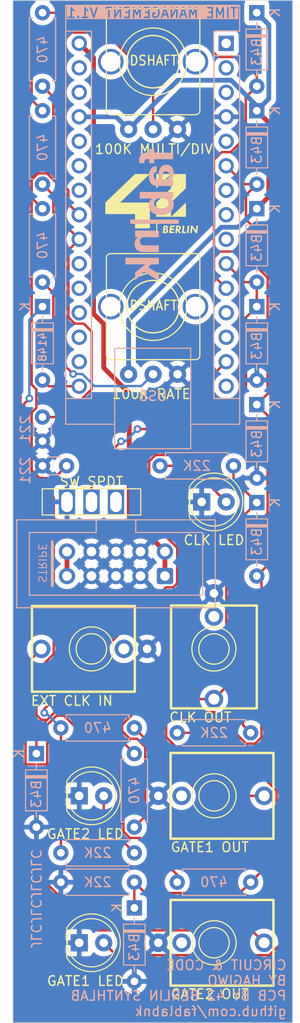
<source format=kicad_pcb>
(kicad_pcb (version 20240108) (generator "pcbnew") (generator_version "8.0")
  (layers (0 "F.Cu" signal) (31 "B.Cu" signal) (34 "B.Paste" user) (35 "F.Paste" user) (36 "B.SilkS" user "B.Silkscreen") (37 "F.SilkS" user "F.Silkscreen") (38 "B.Mask" user) (39 "F.Mask" user) (44 "Edge.Cuts" user))
  (net 0 "")
  (net 1 "GND")
  (net 6 "Net-(A1-D11)")
  (net 10 "Net-(A1-VIN)")
  (net 14 "+5V")
  (net 17 "Net-(A1-D8)")
  (net 18 "Net-(A1-A4)")
  (net 19 "Net-(A1-D7)")
  (net 22 "Net-(A1-A3)")
  (net 28 "Net-(A1-D13)")
  (net 30 "Net-(A1-D3)")
  (net 31 "Net-(D7-K)")
  (net 32 "unconnected-(J5--12V-Pad10)")
  (net 33 "Net-(D2-A)")
  (net 34 "Net-(D6-A)")
  (net 35 "Net-(D9-A)")
  (net 36 "Net-(D12-K)")
  (net 38 "Net-(J1-PadT)")
  (net 39 "Net-(J2-PadT)")
  (net 43 "Net-(J4-PadT)")
  (net 44 "Net-(R1-Pad1)")
  (net 45 "Net-(R6-Pad1)")
  (footprint "Library:EighthInch_PJ398SM_T_TN_S" (layer "F.Cu") (at 148.314 120.582081 180)
    (property "Reference" "J1" (hide yes))
    (property "Value" "GATE1 OUT")
  )
  (footprint "Library:EighthInch_PJ398SM_T_TN_S" (layer "F.Cu") (at 135.614 105.342081)
    (property "Reference" "J4" (hide yes))
    (property "Value" "EXT CLK IN")
  )
  (footprint "Library:Pot_9mm_DShaft_RemovedPins4_5" (layer "F.Cu") (at 142.004 44.45 180)
    (property "Reference" "RV1" (hide yes))
    (property "Value" "100K MULTI/DIV")
  )
  (footprint "LED_THT:LED_D5.0mm" (layer "F.Cu") (at 134.344 135.822081)
    (property "Reference" "D6" (hide yes))
    (property "Value" "GATE1 LED")
  )
  (footprint "Library:Pot_9mm_DShaft_RemovedPins4_5" (layer "F.Cu") (at 142.004 69.85 180)
    (property "Reference" "RV2" (hide yes))
    (property "Value" "100K RATE")
  )
  (footprint "Button_Switch_THT:SW_Slide-03_Wuerth-WS-SLTV_10x2.5x6.4_P2.54mm" (layer "F.Cu") (at 135.614 90.102081)
    (property "Reference" "SW1" (hide yes))
    (property "Value" "SW_SPDT")
  )
  (footprint "LED_THT:LED_D5.0mm" (layer "F.Cu") (at 147.044 90.102081)
    (property "Reference" "D9" (hide yes))
    (property "Value" "CLK LED")
  )
  (footprint "Library:EighthInch_PJ398SM_T_TN_S" (layer "F.Cu") (at 148.314 105.342081 90)
    (property "Reference" "J3" (hide yes))
    (property "Value" "CLK OUT")
  )
  (footprint "Library:EighthInch_PJ398SM_T_TN_S" (layer "F.Cu") (at 148.314 135.822081 180)
    (property "Reference" "J2" (hide yes))
    (property "Value" "GATE2 OUT")
  )
  (footprint "LED_THT:LED_D5.0mm" (layer "F.Cu") (at 134.344 120.582081)
    (property "Reference" "D2" (hide yes))
    (property "Value" "GATE2 LED")
  )
  (footprint "Capacitor_THT:C_Disc_D3.0mm_W1.6mm_P2.50mm" (layer "B.Cu") (at 133.034 86.36 180)
    (property "Reference" "C2" (hide yes))
    (property "Value" "221")
  )
  (footprint "Resistor_THT:R_Axial_DIN0207_L6.3mm_D2.5mm_P7.62mm_Horizontal" (layer "B.Cu") (at 140.059 116.205 -90)
    (property "Reference" "R4" (hide yes))
    (property "Value" "470")
  )
  (footprint "Diode_THT:D_DO-35_SOD27_P7.62mm_Horizontal" (layer "B.Cu") (at 152.759 69.85 -90)
    (property "Reference" "D3" (hide yes))
    (property "Value" "B43")
  )
  (footprint "Diode_THT:D_DO-35_SOD27_P7.62mm_Horizontal" (layer "B.Cu") (at 152.759 80.01 -90)
    (property "Reference" "D5" (hide yes))
    (property "Value" "B43")
  )
  (footprint "Diode_THT:D_DO-35_SOD27_P7.62mm_Horizontal" (layer "B.Cu") (at 152.759 59.69 -90)
    (property "Reference" "D4" (hide yes))
    (property "Value" "B43")
  )
  (footprint "Diode_THT:D_DO-35_SOD27_P7.62mm_Horizontal" (layer "B.Cu") (at 152.759 39.37 -90)
    (property "Reference" "D1" (hide yes))
    (property "Value" "B43")
  )
  (footprint "Resistor_THT:R_Axial_DIN0207_L6.3mm_D2.5mm_P7.62mm_Horizontal" (layer "B.Cu") (at 144.504 114.046)
    (property "Reference" "R5" (hide yes))
    (property "Value" "22K")
  )
  (footprint "Resistor_THT:R_Axial_DIN0207_L6.3mm_D2.5mm_P7.62mm_Horizontal" (layer "B.Cu") (at 132.439 113.538)
    (property "Reference" "R3" (hide yes))
    (property "Value" "470")
  )
  (footprint "Diode_THT:D_DO-35_SOD27_P7.62mm_Horizontal" (layer "B.Cu") (at 129.899 116.205 -90)
    (property "Reference" "D8" (hide yes))
    (property "Value" "B43")
  )
  (footprint "Resistor_THT:R_Axial_DIN0207_L6.3mm_D2.5mm_P7.62mm_Horizontal" (layer "B.Cu") (at 130.534 67.31 90)
    (property "Reference" "R6" (hide yes))
    (property "Value" "470")
  )
  (footprint "Resistor_THT:R_Axial_DIN0207_L6.3mm_D2.5mm_P7.62mm_Horizontal" (layer "B.Cu") (at 140.059 129.54 180)
    (property "Reference" "R10" (hide yes))
    (property "Value" "22K")
  )
  (footprint "Resistor_THT:R_Axial_DIN0207_L6.3mm_D2.5mm_P7.62mm_Horizontal" (layer "B.Cu") (at 144.504 129.54)
    (property "Reference" "R9" (hide yes))
    (property "Value" "470")
  )
  (footprint "Capacitor_THT:C_Disc_D3.0mm_W1.6mm_P2.50mm" (layer "B.Cu") (at 130.534 81.3 -90)
    (property "Reference" "C1" (hide yes))
    (property "Value" "221")
  )
  (footprint "Resistor_THT:R_Axial_DIN0207_L6.3mm_D2.5mm_P7.62mm_Horizontal" (layer "B.Cu") (at 130.534 39.37 -90)
    (property "Reference" "R7" (hide yes))
    (property "Value" "470")
  )
  (footprint "Resistor_THT:R_Axial_DIN0207_L6.3mm_D2.5mm_P7.62mm_Horizontal" (layer "B.Cu") (at 142.726 86.36)
    (property "Reference" "R8" (hide yes))
    (property "Value" "22K")
  )
  (footprint "Resistor_THT:R_Axial_DIN0207_L6.3mm_D2.5mm_P7.62mm_Horizontal" (layer "B.Cu") (at 140.059 126.492 180)
    (property "Reference" "R2" (hide yes))
    (property "Value" "22K")
  )
  (footprint "Resistor_THT:R_Axial_DIN0207_L6.3mm_D2.5mm_P7.62mm_Horizontal" (layer "B.Cu") (at 130.534 49.53 -90)
    (property "Reference" "R1" (hide yes))
    (property "Value" "470")
  )
  (footprint "Diode_THT:D_DO-35_SOD27_P7.62mm_Horizontal" (layer "B.Cu") (at 152.759 90.17 -90)
    (property "Reference" "D12" (hide yes))
    (property "Value" "B43")
  )
  (footprint "Library:IDC-Header_2x05_P2.54mm_Vertical_Euro_Power_Striped" (layer "B.Cu") (at 143.234 97.79 90)
    (property "Reference" "J5" (hide yes))
    (property "Value" "EURO_PWR_2x5")
  )
  (footprint "Diode_THT:D_DO-35_SOD27_P7.62mm_Horizontal" (layer "B.Cu") (at 130.534 69.85 -90)
    (property "Reference" "D7" (hide yes))
    (property "Value" "4148")
  )
  (footprint "Module:Arduino_Nano" (layer "B.Cu") (at 149.584 42.545 180)
    (property "Reference" "A1" (hide yes))
    (property "Value" "Arduino_Nano_v3.x")
  )
  (footprint "Diode_THT:D_DO-35_SOD27_P7.62mm_Horizontal" (layer "B.Cu") (at 140.059 132.207 -90)
    (property "Reference" "D11" (hide yes))
    (property "Value" "B43")
  )
  (footprint "Diode_THT:D_DO-35_SOD27_P7.62mm_Horizontal" (layer "B.Cu") (at 152.759 49.53 -90)
    (property "Reference" "D10" (hide yes))
    (property "Value" "B43")
  )
  (gr_poly (pts (xy 141.884625 58.644896) (xy 141.854898 58.665851) (xy 141.825404 58.689131) (xy 141.796375 58.714892) (xy 141.768043 58.743288) (xy 141.754211 58.758523) (xy 141.740641 58.774475) (xy 141.727362 58.791163) (xy 141.714403 58.808607) (xy 141.701792 58.826826) (xy 141.689559 58.84584) (xy 141.677733 58.865668) (xy 141.666344 58.886329) (xy 141.655419 58.907842) (xy 141.644988 58.930228) (xy 141.635081 58.953505) (xy 141.625726 58.977692) (xy 141.616952 59.00281) (xy 141.608789 59.028878) (xy 141.601265 59.055914) (xy 141.59441 59.083939) (xy 141.588252 59.112972) (xy 141.582821 59.143031) (xy 141.578146 59.174137) (xy 141.574256 59.206309) (xy 141.57118 59.239566) (xy 141.568946 59.273928) (xy 141.567585 59.309413) (xy 141.567125 59.346042) (xy 141.56874 59.408287) (xy 141.573533 59.468518) (xy 141.581426 59.52674) (xy 141.592343 59.582953) (xy 141.606205 59.63716) (xy 141.622935 59.689364) (xy 141.642456 59.739567) (xy 141.66469 59.787772) (xy 141.689559 59.833981) (xy 141.716986 59.878196) (xy 141.746894 59.92042) (xy 141.779205 59.960656) (xy 141.813841 59.998905) (xy 141.850725 60.03517) (xy 141.88978 60.069453) (xy 141.930927 60.101758) (xy 141.97409 60.132086) (xy 142.01919 60.16044) (xy 142.066151 60.186822) (xy 142.114895 60.211235) (xy 142.165344 60.23368) (xy 142.217421 60.254161) (xy 142.271049 60.272681) (xy 142.326149 60.28924) (xy 142.382644 60.303842) (xy 142.440457 60.31649) (xy 142.49951 60.327185) (xy 142.559726 60.33593) (xy 142.621027 60.342727) (xy 142.683336 60.34758) (xy 142.810667 60.351458) (xy 142.939038 60.347127) (xy 143.065587 60.334173) (xy 143.189423 60.312653) (xy 143.309654 60.282625) (xy 143.42539 60.244149) (xy 143.535739 60.197282) (xy 143.639809 60.142082) (xy 143.68921 60.111375) (xy 143.736708 60.078607) (xy 143.782191 60.043785) (xy 143.825547 60.006916) (xy 143.866664 59.968007) (xy 143.905432 59.927066) (xy 143.941739 59.8841) (xy 143.975473 59.839116) (xy 144.006523 59.792121) (xy 144.034778 59.743124) (xy 144.060126 59.69213) (xy 144.082456 59.639147) (xy 144.101656 59.584183) (xy 144.117615 59.527245) (xy 144.130222 59.46834) (xy 144.139364 59.407476) (xy 144.144932 59.344658) (xy 144.146812 59.279896) (xy 144.145579 59.212882) (xy 144.141903 59.150576) (xy 144.135825 59.092727) (xy 144.127382 59.039084) (xy 144.116614 58.989394) (xy 144.103559 58.943405) (xy 144.088256 58.900866) (xy 144.070744 58.861524) (xy 144.051062 58.825127) (xy 144.029248 58.791425) (xy 144.005341 58.760164) (xy 143.97938 58.731092) (xy 143.951404 58.703959) (xy 143.921451 58.678512) (xy 143.889561 58.654498) (xy 143.855771 58.631667) (xy 143.886079 58.631073) (xy 143.917163 58.629393) (xy 143.948556 58.626784) (xy 143.979795 58.623399) (xy 144.010413 58.619394) (xy 144.039946 58.614924) (xy 144.067929 58.610144) (xy 144.093897 58.605208) (xy 144.093897 57.956979) (xy 143.286918 57.956979) (xy 142.863583 57.956979) (xy 142.863583 58.605208) (xy 142.939486 58.606642) (xy 143.013161 58.611099) (xy 143.084238 58.618812) (xy 143.152351 58.630013) (xy 143.217131 58.644935) (xy 143.278209 58.66381) (xy 143.335218 58.68687) (xy 143.362081 58.700043) (xy 143.387789 58.714349) (xy 143.412295 58.729818) (xy 143.435554 58.746479) (xy 143.457519 58.764361) (xy 143.478145 58.783492) (xy 143.497385 58.803903) (xy 143.515194 58.825621) (xy 143.531525 58.848677) (xy 143.546332 58.873099) (xy 143.55957 58.898916) (xy 143.571192 58.926158) (xy 143.581152 58.954853) (xy 143.589405 58.98503) (xy 143.595903 59.016719) (xy 143.600602 59.049949) (xy 143.603455 59.084748) (xy 143.604417 59.121146) (xy 143.603529 59.15409) (xy 143.600883 59.185952) (xy 143.596503 59.216733) (xy 143.590412 59.246436) (xy 143.582636 59.275063) (xy 143.573198 59.302618) (xy 143.562122 59.329101) (xy 143.549433 59.354517) (xy 143.535155 59.378867) (xy 143.519312 59.402153) (xy 143.501929 59.424378) (xy 143.483029 59.445545) (xy 143.462637 59.465656) (xy 143.440777 59.484713) (xy 143.417473 59.502718) (xy 143.39275 59.519675) (xy 143.366632 59.535585) (xy 143.339142 59.550451) (xy 143.310306 59.564276) (xy 143.280147 59.577062) (xy 143.24869 59.58881) (xy 143.215959 59.599525) (xy 143.181977 59.609207) (xy 143.14677 59.61786) (xy 143.110362 59.625486) (xy 143.072776 59.632087) (xy 143.034038 59.637666) (xy 142.99417 59.642225) (xy 142.953198 59.645767) (xy 142.911145 59.648294) (xy 142.823896 59.650313) (xy 142.74829 59.648443) (xy 142.675456 59.642794) (xy 142.605683 59.633308) (xy 142.539262 59.619927) (xy 142.476485 59.602593) (xy 142.417642 59.581247) (xy 142.363023 59.555832) (xy 142.337389 59.54158) (xy 142.312919 59.526289) (xy 142.289652 59.509952) (xy 142.267622 59.492561) (xy 142.246866 59.474109) (xy 142.227421 59.454588) (xy 142.209322 59.433992) (xy 142.192607 59.412314) (xy 142.177311 59.389545) (xy 142.163471 59.365679) (xy 142.151123 59.340708) (xy 142.140304 59.314626) (xy 142.131049 59.287424) (xy 142.123396 59.259096) (xy 142.11738 59.229635) (xy 142.113038 59.199032) (xy 142.110406 59.167281) (xy 142.109521 59.134375) (xy 142.110257 59.097939) (xy 142.112466 59.063029) (xy 142.116148 59.029621) (xy 142.121303 58.997691) (xy 142.127931 58.967214) (xy 142.136031 58.938166) (xy 142.145604 58.910523) (xy 142.15665 58.884261) (xy 142.169168 58.859355) (xy 142.18316 58.835782) (xy 142.198624 58.813517) (xy 142.215561 58.792535) (xy 142.233971 58.772814) (xy 142.253853 58.754327) (xy 142.275209 58.737052) (xy 142.298037 58.720964) (xy 142.322337 58.706038) (xy 142.348111 58.692251) (xy 142.375358 58.679578) (xy 142.404077 58.667995) (xy 142.434269 58.657478) (xy 142.465933 58.648003) (xy 142.499071 58.639545) (xy 142.533681 58.63208) (xy 142.569764 58.625584) (xy 142.60732 58.620033) (xy 142.68685 58.611668) (xy 142.772271 58.606791) (xy 142.863583 58.605208) (xy 142.863583 57.956979) (xy 140.614625 57.95698) (xy 140.614625 58.644896)) (fill solid) (layer "B.SilkS"))
  (gr_poly (pts (xy 140.086426 63.413126) (xy 140.089325 63.457583) (xy 140.094146 63.501047) (xy 140.100884 63.543485) (xy 140.109531 63.584868) (xy 140.120079 63.625163) (xy 140.132521 63.664339) (xy 140.14685 63.702365) (xy 140.163059 63.739208) (xy 140.181141 63.774837) (xy 140.201087 63.809222) (xy 140.222892 63.84233) (xy 140.246547 63.87413) (xy 140.272046 63.90459) (xy 140.299381 63.93368) (xy 140.328545 63.961367) (xy 140.35953 63.987619) (xy 140.392329 64.012407) (xy 140.426936 64.035697) (xy 140.463343 64.057459) (xy 140.501542 64.077661) (xy 140.541526 64.096271) (xy 140.583288 64.113258) (xy 140.626821 64.128591) (xy 140.672117 64.142238) (xy 140.71917 64.154168) (xy 140.767972 64.164348) (xy 140.818515 64.172749) (xy 140.870792 64.179337) (xy 140.924797 64.184082) (xy 140.980522 64.186952) (xy 141.037959 64.187916) (xy 142.599 64.187916) (xy 142.599 63.5) (xy 141.117334 63.5) (xy 141.066203 63.498886) (xy 141.017107 63.495427) (xy 140.970221 63.489448) (xy 140.925718 63.480776) (xy 140.883772 63.469236) (xy 140.863814 63.462336) (xy 140.84456 63.454654) (xy 140.826032 63.446167) (xy 140.808254 63.436855) (xy 140.791245 63.426694) (xy 140.775029 63.415664) (xy 140.759627 63.403743) (xy 140.74506 63.390908) (xy 140.731351 63.377138) (xy 140.718521 63.362412) (xy 140.706592 63.346706) (xy 140.695586 63.330001) (xy 140.685525 63.312273) (xy 140.67643 63.293501) (xy 140.668324 63.273663) (xy 140.661228 63.252738) (xy 140.655163 63.230703) (xy 140.650153 63.207537) (xy 140.646218 63.183218) (xy 140.64338 63.157724) (xy 140.641661 63.131034) (xy 140.641084 63.103125) (xy 140.641552 63.075064) (xy 140.642973 63.047931) (xy 140.645367 63.021723) (xy 140.648758 62.996439) (xy 140.653165 62.972074) (xy 140.658612 62.948628) (xy 140.665119 62.926098) (xy 140.67271 62.90448) (xy 140.681405 62.883774) (xy 140.691226 62.863976) (xy 140.702195 62.845083) (xy 140.714335 62.827095) (xy 140.727666 62.810007) (xy 140.742211 62.793818) (xy 140.757991 62.778526) (xy 140.775029 62.764127) (xy 140.793345 62.75062) (xy 140.812963 62.738001) (xy 140.833903 62.72627) (xy 140.856187 62.715422) (xy 140.879837 62.705456) (xy 140.904876 62.696369) (xy 140.931324 62.68816) (xy 140.959204 62.680825) (xy 140.988537 62.674361) (xy 141.019345 62.668768) (xy 141.051651 62.664041) (xy 141.085475 62.66018) (xy 141.12084 62.657181) (xy 141.157767 62.655041) (xy 141.236396 62.653333) (xy 142.599 62.653333) (xy 142.599 61.965417) (xy 140.138375 61.965417) (xy 140.138375 62.626875) (xy 140.167753 62.63181) (xy 140.204728 62.63659) (xy 140.246973 62.64106) (xy 140.292164 62.645065) (xy 140.337975 62.648449) (xy 140.382081 62.651059) (xy 140.422156 62.652738) (xy 140.455875 62.653333) (xy 140.425554 62.66964) (xy 140.39438 62.688912) (xy 140.362741 62.711323) (xy 140.331025 62.737049) (xy 140.299619 62.766262) (xy 140.284153 62.782231) (xy 140.26891 62.799138) (xy 140.253938 62.817004) (xy 140.239286 62.835851) (xy 140.225003 62.855701) (xy 140.211136 62.876575) (xy 140.197734 62.898496) (xy 140.184845 62.921485) (xy 140.172519 62.945564) (xy 140.160803 62.970756) (xy 140.149746 62.99708) (xy 140.139396 63.02456) (xy 140.129802 63.053218) (xy 140.121012 63.083074) (xy 140.113075 63.114152) (xy 140.106039 63.146472) (xy 140.099952 63.180056) (xy 140.094864 63.214927) (xy 140.090822 63.251105) (xy 140.087874 63.288614) (xy 140.086071 63.327474) (xy 140.085459 63.367708)) (fill solid) (layer "B.SilkS"))
  (gr_poly (pts (xy 141.183479 65.471146) (xy 141.083227 65.546593) (xy 140.971813 65.633203) (xy 140.850476 65.729735) (xy 140.720458 65.834948) (xy 140.439339 66.066459) (xy 140.138375 66.317813) (xy 140.138375 67.098333) (xy 141.064417 66.238438) (xy 142.599 67.177709) (xy 142.599 66.410417) (xy 141.50098 65.788646) (xy 141.805251 65.471146) (xy 142.599 65.471146) (xy 142.599 64.78323) (xy 139.132959 64.78323) (xy 139.132959 65.471146)) (fill solid) (layer "B.SilkS"))
  (gr_poly (pts (xy 144.66275 61.264271) (xy 144.66275 60.81448) (xy 139.635667 60.81448) (xy 139.635667 61.264271)) (fill solid) (layer "B.SilkS"))
  (gr_poly (pts (xy 141.583468 56.437008) (xy 141.59286 56.550244) (xy 141.608608 56.656194) (xy 141.63079 56.754779) (xy 141.644318 56.801286) (xy 141.659484 56.845924) (xy 141.676296 56.888681) (xy 141.694766 56.929549) (xy 141.714902 56.968518) (xy 141.736714 57.005578) (xy 141.760212 57.040719) (xy 141.785406 57.073933) (xy 141.812305 57.105208) (xy 141.84092 57.134536) (xy 141.871258 57.161907) (xy 141.903332 57.187311) (xy 141.937149 57.210738) (xy 141.97272 57.232179) (xy 142.010055 57.251624) (xy 142.049163 57.269063) (xy 142.090053 57.284487) (xy 142.132736 57.297886) (xy 142.177222 57.309249) (xy 142.223519 57.318569) (xy 142.271638 57.325834) (xy 142.321588 57.331036) (xy 142.373379 57.334164) (xy 142.427021 57.335209) (xy 143.458897 57.335209) (xy 143.651133 57.337483) (xy 143.845849 57.343477) (xy 143.932511 57.347482) (xy 144.00584 57.351952) (xy 144.061185 57.356732) (xy 144.093897 57.361667) (xy 144.093897 56.713438) (xy 144.071185 56.708477) (xy 144.043667 56.703516) (xy 143.979794 56.693594) (xy 143.913442 56.683673) (xy 143.882824 56.678712) (xy 143.855771 56.673751) (xy 143.883021 56.655561) (xy 143.910057 56.63551) (xy 143.936667 56.613289) (xy 143.949746 56.601268) (xy 143.962638 56.588588) (xy 143.975317 56.57521) (xy 143.987756 56.561096) (xy 143.999928 56.546207) (xy 144.011808 56.530504) (xy 144.023368 56.513948) (xy 144.034581 56.496501) (xy 144.045421 56.478123) (xy 144.055862 56.458777) (xy 144.065876 56.438423) (xy 144.075438 56.417022) (xy 144.084519 56.394537) (xy 144.093095 56.370927) (xy 144.101137 56.346155) (xy 144.10862 56.320181) (xy 144.115517 56.292967) (xy 144.121801 56.264473) (xy 144.127445 56.234663) (xy 144.132424 56.203495) (xy 144.136709 56.170933) (xy 144.140275 56.136936) (xy 144.143095 56.101467) (xy 144.145143 56.064486) (xy 144.14639 56.025955) (xy 144.146812 55.985834) (xy 144.1457 55.931029) (xy 144.14241 55.878221) (xy 144.137013 55.827396) (xy 144.129578 55.778534) (xy 144.120177 55.731621) (xy 144.108879 55.686637) (xy 144.095754 55.643568) (xy 144.080873 55.602395) (xy 144.064306 55.563102) (xy 144.046124 55.525672) (xy 144.026396 55.490087) (xy 144.005193 55.456332) (xy 143.982585 55.424388) (xy 143.958642 55.394239) (xy 143.933435 55.365868) (xy 143.907034 55.339259) (xy 143.879508 55.314393) (xy 143.850929 55.291255) (xy 143.821366 55.269826) (xy 143.790891 55.250091) (xy 143.759572 55.232032) (xy 143.72748 55.215633) (xy 143.694687 55.200875) (xy 143.66126 55.187744) (xy 143.592792 55.166288) (xy 143.522638 55.151131) (xy 143.45136 55.142136) (xy 143.37952 55.139168) (xy 143.339833 55.140184) (xy 143.339833 55.827084) (xy 143.371889 55.828334) (xy 143.403421 55.832122) (xy 143.418925 55.834987) (xy 143.434217 55.838507) (xy 143.449272 55.842692) (xy 143.464064 55.847548) (xy 143.478564 55.853081) (xy 143.492747 55.859301) (xy 143.506587 55.866213) (xy 143.520055 55.873825) (xy 143.533126 55.882144) (xy 143.545774 55.891179) (xy 143.557971 55.900935) (xy 143.56969 55.91142) (xy 143.580906 55.922641) (xy 143.591591 55.934606) (xy 143.60172 55.947322) (xy 143.611264 55.960796) (xy 143.620198 55.975036) (xy 143.628495 55.990048) (xy 143.636128 56.005841) (xy 143.643071 56.022421) (xy 143.649297 56.039795) (xy 143.654779 56.057971) (xy 143.659491 56.076956) (xy 143.663405 56.096757) (xy 143.666497 56.117382) (xy 143.668738 56.138838) (xy 143.670102 56.161132) (xy 143.670563 56.184271) (xy 143.66968 56.224085) (xy 143.667068 56.261712) (xy 143.66278 56.297211) (xy 143.656868 56.330645) (xy 143.649387 56.362073) (xy 143.64039 56.391555) (xy 143.629929 56.419153) (xy 143.618059 56.444927) (xy 143.604832 56.468938) (xy 143.590302 56.491245) (xy 143.574523 56.511911) (xy 143.557546 56.530994) (xy 143.539426 56.548557) (xy 143.520216 56.564658) (xy 143.49997 56.57936) (xy 143.478739 56.592722) (xy 143.456579 56.604805) (xy 143.433542 56.615669) (xy 143.409681 56.625376) (xy 143.38505 56.633985) (xy 143.359702 56.641558) (xy 143.33369 56.648154) (xy 143.279888 56.658661) (xy 143.224071 56.665989) (xy 143.166665 56.670624) (xy 143.108097 56.673049) (xy 143.048792 56.67375) (xy 142.969416 56.67375) (xy 142.969416 56.395938) (xy 142.97096 56.321966) (xy 142.975566 56.25375) (xy 142.983195 56.191154) (xy 142.993808 56.134042) (xy 143.007367 56.082278) (xy 143.023832 56.035727) (xy 143.033143 56.014364) (xy 143.043166 55.994254) (xy 143.053896 55.975379) (xy 143.065328 55.957722) (xy 143.077459 55.941266) (xy 143.090282 55.925996) (xy 143.103793 55.911892) (xy 143.117987 55.89894) (xy 143.132859 55.887121) (xy 143.148405 55.876419) (xy 143.164619 55.866816) (xy 143.181497 55.858296) (xy 143.199034 55.850842) (xy 143.217225 55.844437) (xy 143.236065 55.839064) (xy 143.255549 55.834706) (xy 143.296432 55.828967) (xy 143.339833 55.827084) (xy 143.339833 55.140184) (xy 143.328282 55.14048) (xy 143.278745 55.144397) (xy 143.230903 55.150886) (xy 143.184752 55.159916) (xy 143.140287 55.171455) (xy 143.097503 55.185473) (xy 143.056395 55.201937) (xy 143.016958 55.220816) (xy 142.979189 55.242079) (xy 142.94308 55.265694) (xy 142.908629 55.29163) (xy 142.87583 55.319854) (xy 142.844678 55.350336) (xy 142.815168 55.383045) (xy 142.787296 55.417948) (xy 142.761057 55.455014) (xy 142.736445 55.494212) (xy 142.713456 55.53551) (xy 142.692086 55.578876) (xy 142.672328 55.62428) (xy 142.654179 55.67169) (xy 142.637634 55.721073) (xy 142.622687 55.7724) (xy 142.609335 55.825637) (xy 142.597571 55.880755) (xy 142.587391 55.93772) (xy 142.578791 55.996502) (xy 142.571766 56.05707) (xy 142.56631 56.119391) (xy 142.562419 56.183435) (xy 142.559312 56.316563) (xy 142.559312 56.67375) (xy 142.413791 56.67375) (xy 142.381587 56.67293) (xy 142.349635 56.670288) (xy 142.318187 56.665553) (xy 142.287494 56.658454) (xy 142.27251 56.653933) (xy 142.257809 56.64872) (xy 142.243423 56.642779) (xy 142.229384 56.636078) (xy 142.215722 56.628583) (xy 142.20247 56.620259) (xy 142.189659 56.611072) (xy 142.17732 56.60099) (xy 142.165485 56.589977) (xy 142.154185 56.578) (xy 142.143452 56.565026) (xy 142.133318 56.551019) (xy 142.123813 56.535946) (xy 142.114969 56.519774) (xy 142.106818 56.502468) (xy 142.099392 56.483995) (xy 142.092721 56.46432) (xy 142.086838 56.443409) (xy 142.081773 56.42123) (xy 142.077559 56.397747) (xy 142.074226 56.372927) (xy 142.071807 56.346736) (xy 142.070332 56.31914) (xy 142.069833 56.290105) (xy 142.07018 56.26351) (xy 142.071215 56.23827) (xy 142.072929 56.214343) (xy 142.075311 56.191687) (xy 142.078352 56.170262) (xy 142.082042 56.150026) (xy 142.086371 56.130938) (xy 142.091331 56.112958) (xy 142.09691 56.096043) (xy 142.1031 56.080153) (xy 142.10989 56.065246) (xy 142.117272 56.051282) (xy 142.125235 56.038219) (xy 142.13377 56.026016) (xy 142.142866 56.014631) (xy 142.152515 56.004024) (xy 142.162707 55.994153) (xy 142.173431 55.984978) (xy 142.184679 55.976457) (xy 142.19644 55.968548) (xy 142.208705 55.961211) (xy 142.221465 55.954405) (xy 142.248427 55.942219) (xy 142.277249 55.931661) (xy 142.307855 55.922401) (xy 142.340165 55.91411) (xy 142.374104 55.906459) (xy 142.374104 55.25823) (xy 142.293246 55.268371) (xy 142.214656 55.284171) (xy 142.176339 55.294315) (xy 142.13874 55.306018) (xy 142.101912 55.319329) (xy 142.065906 55.334298) (xy 142.030771 55.350971) (xy 141.996559 55.369399) (xy 141.963321 55.389628) (xy 141.931108 55.411709) (xy 141.89997 55.435688) (xy 141.869958 55.461615) (xy 141.841124 55.489538) (xy 141.813518 55.519506) (xy 141.787191 55.551566) (xy 141.762194 55.585768) (xy 141.738577 55.622159) (xy 141.716392 55.660789) (xy 141.69569 55.701706) (xy 141.676521 55.744957) (xy 141.658936 55.790592) (xy 141.642986 55.838659) (xy 141.628722 55.889207) (xy 141.616195 55.942284) (xy 141.605455 55.997938) (xy 141.596555 56.056217) (xy 141.589543 56.117171) (xy 141.584472 56.180848) (xy 141.581392 56.247296) (xy 141.580354 56.316563)) (fill solid) (layer "B.SilkS"))
  (gr_poly (pts (xy 140.562303 54.694802) (xy 140.563982 54.740225) (xy 140.566592 54.785029) (xy 140.569977 54.828282) (xy 140.573982 54.869055) (xy 140.578452 54.906417) (xy 140.583232 54.939438) (xy 140.588167 54.967188) (xy 141.130563 54.967188) (xy 141.130414 54.959595) (xy 141.129994 54.951711) (xy 141.128496 54.935149) (xy 141.126377 54.917656) (xy 141.123948 54.899389) (xy 141.121519 54.880501) (xy 141.119401 54.861148) (xy 141.118555 54.851346) (xy 141.117902 54.841485) (xy 141.117482 54.831586) (xy 141.117334 54.821667) (xy 141.118287 54.785846) (xy 141.119503 54.768963) (xy 141.121235 54.752757) (xy 141.123501 54.737219) (xy 141.126316 54.722342) (xy 141.129698 54.708119) (xy 141.133663 54.694543) (xy 141.13823 54.681607) (xy 141.143414 54.669302) (xy 141.149233 54.657623) (xy 141.155703 54.646562) (xy 141.162842 54.63611) (xy 141.170667 54.626262) (xy 141.179194 54.61701) (xy 141.18844 54.608347) (xy 141.198423 54.600265) (xy 141.209159 54.592757) (xy 141.220666 54.585815) (xy 141.23296 54.579434) (xy 141.246058 54.573605) (xy 141.259977 54.56832) (xy 141.274734 54.563574) (xy 141.290346 54.559358) (xy 141.306831 54.555665) (xy 141.324204 54.552488) (xy 141.342483 54.54982) (xy 141.361686 54.547653) (xy 141.402927 54.544794) (xy 141.448063 54.543855) (xy 141.606813 54.543855) (xy 141.606813 54.980417) (xy 142.122751 54.980417) (xy 142.122751 54.557084) (xy 144.080667 54.557084) (xy 144.093897 53.882396) (xy 142.13598 53.882396) (xy 142.13598 53.51198) (xy 141.620042 53.51198) (xy 141.620042 53.869167) (xy 141.408375 53.869167) (xy 141.316023 53.872119) (xy 141.227663 53.881001) (xy 141.143566 53.895852) (xy 141.103201 53.905527) (xy 141.064004 53.91671) (xy 141.026008 53.929403) (xy 140.989247 53.943614) (xy 140.953756 53.959345) (xy 140.919568 53.976603) (xy 140.886717 53.995391) (xy 140.855237 54.015715) (xy 140.825162 54.03758) (xy 140.796526 54.06099) (xy 140.769363 54.085951) (xy 140.743706 54.112466) (xy 140.71959 54.140542) (xy 140.697049 54.170182) (xy 140.676116 54.201393) (xy 140.656825 54.234177) (xy 140.639211 54.268541) (xy 140.623307 54.30449) (xy 140.609147 54.342027) (xy 140.596764 54.381158) (xy 140.586194 54.421888) (xy 140.57747 54.464221) (xy 140.570625 54.508163) (xy 140.565694 54.553719) (xy 140.56271 54.600892) (xy 140.561708 54.649688)) (fill solid) (layer "B.SilkS"))
  (gr_poly (pts (xy 145.179838 62.076036) (xy 145.414629 62.076036) (xy 145.396453 62.22927) (xy 144.987989 62.22927) (xy 145.081015 61.441306) (xy 145.254769 61.441306)) (fill solid) (layer "F.SilkS"))
  (gr_poly (pts (xy 145.409137 60.534383) (xy 143.868952 60.534383) (xy 145.409137 59.055031)) (fill solid) (layer "F.SilkS"))
  (gr_poly (pts (xy 145.409216 57.575648) (xy 143.869 59.055) (xy 143.869 60.534351) (xy 142.329506 60.534351) (xy 142.329506 59.055) (xy 143.869 57.575648) (xy 143.869 56.096296) (xy 145.409216 56.096296)) (fill solid) (layer "F.SilkS"))
  (gr_poly (pts (xy 143.35567 61.441651) (xy 143.366019 61.442163) (xy 143.376597 61.442973) (xy 143.38735 61.444137) (xy 143.398224 61.445708) (xy 143.409163 61.447741) (xy 143.420114 61.45029) (xy 143.431022 61.45341) (xy 143.441834 61.457154) (xy 143.452493 61.461576) (xy 143.462947 61.466732) (xy 143.473139 61.472676) (xy 143.483018 61.479461) (xy 143.487822 61.483186) (xy 143.492526 61.487142) (xy 143.497125 61.491335) (xy 143.501612 61.495773) (xy 143.506592 61.501159) (xy 143.511428 61.506967) (xy 143.516094 61.513195) (xy 143.520566 61.519839) (xy 143.524821 61.526896) (xy 143.528832 61.534362) (xy 143.532577 61.542235) (xy 143.536031 61.550511) (xy 143.53917 61.559188) (xy 143.541969 61.568261) (xy 143.544404 61.577728) (xy 143.546451 61.587585) (xy 143.548085 61.59783) (xy 143.549282 61.608458) (xy 143.550019 61.619467) (xy 143.55027 61.630854) (xy 143.550126 61.640258) (xy 143.549697 61.649411) (xy 143.548986 61.658318) (xy 143.547995 61.666982) (xy 143.546728 61.675408) (xy 143.545188 61.6836) (xy 143.543378 61.691563) (xy 143.5413 61.6993) (xy 143.538958 61.706815) (xy 143.536355 61.714114) (xy 143.533494 61.7212) (xy 143.530378 61.728077) (xy 143.52701 61.734749) (xy 143.523393 61.741222) (xy 143.51953 61.747498) (xy 143.515423 61.753583) (xy 143.510745 61.760038) (xy 143.505974 61.766064) (xy 143.501123 61.771678) (xy 143.496204 61.776894) (xy 143.491228 61.781726) (xy 143.486208 61.786191) (xy 143.481156 61.790302) (xy 143.476084 61.794074) (xy 143.471002 61.797523) (xy 143.465925 61.800664) (xy 143.460863 61.803511) (xy 143.455829 61.806079) (xy 143.450834 61.808383) (xy 143.445891 61.810438) (xy 143.441011 61.812259) (xy 143.436206 61.813861) (xy 143.443306 61.81574) (xy 143.450168 61.817827) (xy 143.456794 61.820107) (xy 143.463185 61.822567) (xy 143.469342 61.825193) (xy 143.475267 61.827971) (xy 143.480959 61.830887) (xy 143.486421 61.833927) (xy 143.491653 61.837079) (xy 143.496657 61.840327) (xy 143.501432 61.843658) (xy 143.505981 61.847058) (xy 143.510305 61.850513) (xy 143.514403 61.85401) (xy 143.518279 61.857534) (xy 143.521932 61.861073) (xy 143.528234 61.867781) (xy 143.534053 61.874573) (xy 143.539398 61.881462) (xy 143.544281 61.888464) (xy 143.548711 61.895594) (xy 143.5527 61.902867) (xy 143.556258 61.910296) (xy 143.559396 61.917898) (xy 143.562126 61.925688) (xy 143.564456 61.933679) (xy 143.566398 61.941888) (xy 143.567964 61.950328) (xy 143.569163 61.959016) (xy 143.570006 61.967965) (xy 143.570504 61.97719) (xy 143.570667 61.986708) (xy 143.570309 62.002028) (xy 143.569266 62.016677) (xy 143.567585 62.030661) (xy 143.565316 62.04399) (xy 143.562506 62.056672) (xy 143.559203 62.068716) (xy 143.555455 62.08013) (xy 143.55131 62.090923) (xy 143.546817 62.101103) (xy 143.542022 62.110679) (xy 143.536975 62.119659) (xy 143.531724 62.128051) (xy 143.526315 62.135865) (xy 143.520798 62.143109) (xy 143.51522 62.149791) (xy 143.509629 62.155919) (xy 143.503959 62.161627) (xy 143.498129 62.167045) (xy 143.492147 62.172178) (xy 143.48602 62.177035) (xy 143.473354 62.18595) (xy 143.460188 62.193845) (xy 143.446574 62.200778) (xy 143.432568 62.206807) (xy 143.418223 62.21199) (xy 143.403595 62.216382) (xy 143.388736 62.220043) (xy 143.373702 62.22303) (xy 143.358547 62.225399) (xy 143.343325 62.227209) (xy 143.328091 62.228516) (xy 143.312898 62.229379) (xy 143.297802 62.229854) (xy 143.282855 62.23) (xy 143.002979 62.23) (xy 143.019639 62.087657) (xy 143.193399 62.087657) (xy 143.256661 62.087657) (xy 143.269786 62.08745) (xy 143.284273 62.08668) (xy 143.291856 62.086016) (xy 143.299575 62.085128) (xy 143.307363 62.083989) (xy 143.315151 62.082572) (xy 143.322871 62.080848) (xy 143.330455 62.07879) (xy 143.337835 62.076371) (xy 143.344943 62.073562) (xy 143.351711 62.070337) (xy 143.358071 62.066667) (xy 143.361077 62.064657) (xy 143.363955 62.062525) (xy 143.366697 62.060268) (xy 143.369295 62.057883) (xy 143.371271 62.055957) (xy 143.373368 62.053713) (xy 143.375551 62.051139) (xy 143.377785 62.048224) (xy 143.380037 62.044956) (xy 143.382273 62.041323) (xy 143.384458 62.037313) (xy 143.385521 62.035164) (xy 143.386558 62.032916) (xy 143.387566 62.030568) (xy 143.388539 62.028118) (xy 143.389475 62.025565) (xy 143.390367 62.022909) (xy 143.391213 62.020146) (xy 143.392008 62.017276) (xy 143.392747 62.014297) (xy 143.393427 62.011208) (xy 143.394042 62.008007) (xy 143.39459 62.004693) (xy 143.395065 62.001264) (xy 143.395463 61.997719) (xy 143.39578 61.994057) (xy 143.396012 61.990276) (xy 143.396154 61.986374) (xy 143.396202 61.98235) (xy 143.396157 61.979129) (xy 143.396013 61.975742) (xy 143.395756 61.972213) (xy 143.395371 61.968564) (xy 143.394847 61.964817) (xy 143.394168 61.960994) (xy 143.393322 61.957118) (xy 143.392293 61.953211) (xy 143.39107 61.949296) (xy 143.389637 61.945394) (xy 143.387982 61.941529) (xy 143.38609 61.937722) (xy 143.383947 61.933995) (xy 143.381541 61.930372) (xy 143.378857 61.926875) (xy 143.375882 61.923525) (xy 143.373482 61.921146) (xy 143.370932 61.918906) (xy 143.368244 61.916804) (xy 143.36543 61.914832) (xy 143.362503 61.912989) (xy 143.359473 61.911269) (xy 143.353154 61.908183) (xy 143.346568 61.905538) (xy 143.339809 61.903303) (xy 143.332973 61.901442) (xy 143.326154 61.899921) (xy 143.319447 61.898707) (xy 143.312945 61.897765) (xy 143.306745 61.897061) (xy 143.30094 61.896562) (xy 143.290896 61.89604) (xy 143.28357 61.895927) (xy 143.215942 61.895927) (xy 143.193399 62.087657) (xy 143.019639 62.087657) (xy 143.057805 61.761576) (xy 143.231182 61.761576) (xy 143.266821 61.761576) (xy 143.278211 61.761369) (xy 143.28422 61.761069) (xy 143.290388 61.7606) (xy 143.296676 61.759935) (xy 143.303045 61.759047) (xy 143.309457 61.757908) (xy 143.315875 61.75649) (xy 143.322259 61.754766) (xy 143.328571 61.752708) (xy 143.334773 61.750288) (xy 143.340826 61.747479) (xy 143.346692 61.744252) (xy 143.352333 61.740582) (xy 143.35771 61.736438) (xy 143.360288 61.734181) (xy 143.362786 61.731795) (xy 143.36584 61.728531) (xy 143.36872 61.725015) (xy 143.371422 61.721266) (xy 143.373944 61.717306) (xy 143.376282 61.713155) (xy 143.378434 61.708832) (xy 143.380395 61.704358) (xy 143.382163 61.699753) (xy 143.383735 61.695038) (xy 143.385108 61.690232) (xy 143.386278 61.685355) (xy 143.387242 61.680429) (xy 143.387998 61.675473) (xy 143.388541 61.670507) (xy 143.38887 61.665552) (xy 143.38898 61.660627) (xy 143.388822 61.654804) (xy 143.388366 61.649312) (xy 143.387638 61.644141) (xy 143.386662 61.639281) (xy 143.385464 61.634724) (xy 143.38407 61.63046) (xy 143.382505 61.626478) (xy 143.380794 61.62277) (xy 143.378963 61.619326) (xy 143.377038 61.616136) (xy 143.375044 61.613191) (xy 143.373006 61.610481) (xy 143.37095 61.607997) (xy 143.368901 61.605729) (xy 143.366886 61.603667) (xy 143.364928 61.601802) (xy 143.362928 61.60015) (xy 143.360876 61.598597) (xy 143.358773 61.597141) (xy 143.356622 61.595777) (xy 143.352188 61.593316) (xy 143.347596 61.59119) (xy 143.342866 61.589375) (xy 143.338021 61.587847) (xy 143.333081 61.58658) (xy 143.328069 61.58555) (xy 143.323005 61.584734) (xy 143.317912 61.584105) (xy 143.312811 61.583641) (xy 143.307723 61.583316) (xy 143.297673 61.582985) (xy 143.287934 61.582919) (xy 143.251581 61.582919) (xy 143.231182 61.761576) (xy 143.057805 61.761576) (xy 143.095291 61.441306) (xy 143.335877 61.441306)) (fill solid) (layer "F.SilkS"))
  (gr_poly (pts (xy 144.242975 61.59454) (xy 143.950001 61.59454) (xy 143.928174 61.747051) (xy 144.210986 61.747051) (xy 144.189159 61.901014) (xy 143.90714 61.901014) (xy 143.883168 62.076036) (xy 144.181142 62.076036) (xy 144.160108 62.23) (xy 143.659965 62.23) (xy 143.769741 61.441306) (xy 144.264723 61.441306)) (fill solid) (layer "F.SilkS"))
  (gr_poly (pts (xy 138.589015 59.055) (xy 141.669455 59.055) (xy 141.669455 61.731921) (xy 140.129239 61.731921) (xy 140.129239 60.25257) (xy 137.049521 60.25257) (xy 137.049521 59.055) (xy 140.129239 56.096296) (xy 141.669455 56.096296)) (fill solid) (layer "F.SilkS"))
  (gr_poly (pts (xy 142.446957 62.625057) (xy 142.329243 62.625057) (xy 142.329243 61.140626) (xy 142.446957 61.140626)) (fill solid) (layer "F.SilkS"))
  (gr_poly (pts (xy 142.329506 57.575648) (xy 142.329506 56.096296) (xy 143.869 56.096296)) (fill solid) (layer "F.SilkS"))
  (gr_poly (pts (xy 144.659458 61.441743) (xy 144.67284 61.442397) (xy 144.686145 61.443438) (xy 144.699354 61.444939) (xy 144.712446 61.446972) (xy 144.7254 61.449609) (xy 144.738195 61.452923) (xy 144.750813 61.456985) (xy 144.763231 61.461869) (xy 144.77543 61.467647) (xy 144.787388 61.474391) (xy 144.799086 61.482173) (xy 144.810504 61.491066) (xy 144.82162 61.501142) (xy 144.832414 61.512474) (xy 144.837335 61.51805) (xy 144.842247 61.524165) (xy 144.847107 61.530832) (xy 144.851873 61.538061) (xy 144.856502 61.545865) (xy 144.860952 61.554256) (xy 144.865181 61.563244) (xy 144.869144 61.572842) (xy 144.872801 61.58306) (xy 144.876109 61.593912) (xy 144.879024 61.605409) (xy 144.881505 61.617562) (xy 144.883508 61.630383) (xy 144.884992 61.643883) (xy 144.885913 61.658075) (xy 144.88615 61.665434) (xy 144.88623 61.67297) (xy 144.885943 61.686808) (xy 144.885093 61.700265) (xy 144.8837 61.713338) (xy 144.881781 61.72602) (xy 144.879355 61.738306) (xy 144.876439 61.750191) (xy 144.873053 61.76167) (xy 144.869214 61.772738) (xy 144.864941 61.783388) (xy 144.860251 61.793616) (xy 144.855164 61.803416) (xy 144.849697 61.812783) (xy 144.843868 61.821712) (xy 144.837697 61.830198) (xy 144.8312 61.838234) (xy 144.824398 61.845817) (xy 144.818124 61.851953) (xy 144.811583 61.857827) (xy 144.804797 61.863436) (xy 144.797788 61.868774) (xy 144.790578 61.873835) (xy 144.783191 61.878614) (xy 144.775647 61.883105) (xy 144.767971 61.887304) (xy 144.760184 61.891206) (xy 144.752309 61.894804) (xy 144.744368 61.898094) (xy 144.736383 61.90107) (xy 144.728378 61.903726) (xy 144.720374 61.906059) (xy 144.712394 61.908062) (xy 144.704461 61.90973) (xy 144.898532 62.23) (xy 144.69573 62.23) (xy 144.514041 61.919168) (xy 144.477686 62.23) (xy 144.304015 62.23) (xy 144.354422 61.799335) (xy 144.527851 61.799335) (xy 144.570715 61.799335) (xy 144.581973 61.799131) (xy 144.588016 61.798837) (xy 144.594283 61.798382) (xy 144.600733 61.79774) (xy 144.607328 61.796885) (xy 144.614027 61.795792) (xy 144.62079 61.794435) (xy 144.627579 61.792788) (xy 144.634353 61.790827) (xy 144.641074 61.788525) (xy 144.6477 61.785857) (xy 144.654193 61.782797) (xy 144.660512 61.779321) (xy 144.666619 61.775401) (xy 144.672474 61.771014) (xy 144.675273 61.768672) (xy 144.677943 61.766276) (xy 144.680486 61.763828) (xy 144.682905 61.761331) (xy 144.685202 61.758786) (xy 144.687381 61.756196) (xy 144.691393 61.750883) (xy 144.694961 61.745409) (xy 144.698108 61.739788) (xy 144.700854 61.734035) (xy 144.70322 61.728166) (xy 144.705229 61.722194) (xy 144.7069 61.716134) (xy 144.708256 61.710003) (xy 144.709318 61.703814) (xy 144.710107 61.697582) (xy 144.710644 61.691323) (xy 144.710951 61.685051) (xy 144.711048 61.67878) (xy 144.710975 61.67407) (xy 144.710737 61.669217) (xy 144.710306 61.664249) (xy 144.709655 61.659195) (xy 144.708756 61.654081) (xy 144.707583 61.648934) (xy 144.706108 61.643784) (xy 144.704302 61.638657) (xy 144.70214 61.633582) (xy 144.699593 61.628584) (xy 144.696634 61.623694) (xy 144.694991 61.621297) (xy 144.693235 61.618937) (xy 144.691362 61.616617) (xy 144.689369 61.614342) (xy 144.687253 61.612113) (xy 144.685009 61.609936) (xy 144.682635 61.607812) (xy 144.680127 61.605747) (xy 144.677482 61.603742) (xy 144.674696 61.601802) (xy 144.670351 61.599076) (xy 144.665773 61.596611) (xy 144.660968 61.594395) (xy 144.65594 61.592416) (xy 144.650694 61.590662) (xy 144.645237 61.589123) (xy 144.639573 61.587786) (xy 144.633708 61.58664) (xy 144.627647 61.585672) (xy 144.621394 61.584871) (xy 144.614956 61.584226) (xy 144.608336 61.583724) (xy 144.601542 61.583354) (xy 144.594577 61.583105) (xy 144.580159 61.582919) (xy 144.554046 61.582919) (xy 144.527851 61.799335) (xy 144.354422 61.799335) (xy 144.396328 61.441306) (xy 144.632548 61.441306)) (fill solid) (layer "F.SilkS"))
  (gr_poly (pts (xy 146.429438 61.954029) (xy 146.490478 61.441306) (xy 146.66415 61.441306) (xy 146.571837 62.23) (xy 146.420708 62.23) (xy 146.071775 61.714372) (xy 146.012164 62.23) (xy 145.838492 62.23) (xy 145.932234 61.441306) (xy 146.083443 61.441306)) (fill solid) (layer "F.SilkS"))
  (gr_poly (pts (xy 145.670534 62.22927) (xy 145.496783 62.22927) (xy 145.589095 61.441306) (xy 145.762847 61.441306)) (fill solid) (layer "F.SilkS"))
  (gr_rect (start 127.464 38.1) (end 156.464 144.1) (stroke (width 0.05)) (fill none) (layer "Edge.Cuts"))
  (gr_text "PCB BY 42 BERLIN SYNTHLAB\ngithub.com/fablabnk" (at 155.934 143.51 0) (layer "B.SilkS") (effects (font (size 1 1)) (justify left bottom mirror)))
  (gr_text "CIRCUIT & CODE\nBY HAGIWO\n" (at 155.934 140.335 0) (layer "B.SilkS") (effects (font (size 1 1)) (justify left bottom mirror)))
  (gr_text "JLCJLCJLCJLC" (at 129.264 136.525 -90) (layer "B.SilkS") (effects (font (size 1 1)) (justify left bottom mirror)))
  (gr_text "TIME MANAGEMENT V1.1" (at 150.854 39.9796 0) (layer "B.SilkS" knockout) (effects (font (size 1 1)) (justify left bottom mirror)))
  (segment (start 140.382943 82.55) (end 142.599 82.55) (width 0.25) (layer "F.Cu") (net 6))
  (segment (start 142.599 82.55) (end 149.584 75.565) (width 0.25) (layer "F.Cu") (net 6))
  (segment (start 135.614 90.102081) (end 135.614 86.888943) (width 0.25) (layer "F.Cu") (net 6))
  (segment (start 135.614 86.888943) (end 138.682943 83.82) (width 0.25) (layer "F.Cu") (net 6))
  (via (at 140.382943 82.55) (size 0.8) (drill 0.4) (layers "F.Cu" "B.Cu") (net 6))
  (via (at 138.682943 83.82) (size 0.8) (drill 0.4) (layers "F.Cu" "B.Cu") (net 6))
  (segment (start 139.112943 83.82) (end 140.382943 82.55) (width 0.25) (layer "B.Cu") (net 6))
  (segment (start 138.682943 83.82) (end 139.112943 83.82) (width 0.25) (layer "B.Cu") (net 6))
  (segment (start 136.884 76.193673) (end 136.884 71.64813) (width 0.5) (layer "F.Cu") (net 10))
  (segment (start 143.234 95.25) (end 139.532943 91.548943) (width 0.5) (layer "F.Cu") (net 10))
  (segment (start 136.884 71.64813) (end 135.826463 70.590593) (width 0.5) (layer "F.Cu") (net 10))
  (segment (start 135.826463 44.027463) (end 134.344 42.545) (width 0.5) (layer "F.Cu") (net 10))
  (segment (start 135.826463 70.590593) (end 135.826463 44.027463) (width 0.5) (layer "F.Cu") (net 10))
  (segment (start 139.532943 78.842616) (end 136.884 76.193673) (width 0.5) (layer "F.Cu") (net 10))
  (segment (start 143.234 97.79) (end 143.234 95.25) (width 0.5) (layer "F.Cu") (net 10))
  (segment (start 139.532943 91.548943) (end 139.532943 78.842616) (width 0.5) (layer "F.Cu") (net 10))
  (segment (start 152.759 49.53) (end 154.009 50.78) (width 0.5) (layer "F.Cu") (net 14))
  (segment (start 154.009 58.44) (end 152.759 59.69) (width 0.5) (layer "F.Cu") (net 14))
  (segment (start 154.009 50.78) (end 154.009 58.44) (width 0.5) (layer "F.Cu") (net 14))
  (segment (start 150.834 61.615) (end 149.066233 61.615) (width 0.5) (layer "B.Cu") (net 14))
  (segment (start 152.759 39.37) (end 154.009 40.62) (width 0.5) (layer "B.Cu") (net 14))
  (segment (start 149.066233 61.615) (end 139.464163 71.21707) (width 0.5) (layer "B.Cu") (net 14))
  (segment (start 138.16692 50.165) (end 139.464163 51.462243) (width 0.5) (layer "B.Cu") (net 14))
  (segment (start 154.009 40.62) (end 154.009 48.28) (width 0.5) (layer "B.Cu") (net 14))
  (segment (start 144.551406 46.375) (end 150.101767 46.375) (width 0.5) (layer "B.Cu") (net 14))
  (segment (start 152.759 59.69) (end 150.834 61.615) (width 0.5) (layer "B.Cu") (net 14))
  (segment (start 139.464163 51.462243) (end 144.551406 46.375) (width 0.5) (layer "B.Cu") (net 14))
  (segment (start 154.009 48.28) (end 152.759 49.53) (width 0.5) (layer "B.Cu") (net 14))
  (segment (start 150.101767 46.375) (end 152.759 49.032233) (width 0.5) (layer "B.Cu") (net 14))
  (segment (start 134.344 50.165) (end 138.16692 50.165) (width 0.5) (layer "B.Cu") (net 14))
  (segment (start 152.759 49.032233) (end 152.759 49.53) (width 0.5) (layer "B.Cu") (net 14))
  (segment (start 139.464163 71.21707) (end 139.464163 76.862243) (width 0.5) (layer "B.Cu") (net 14))
  (segment (start 148.314 64.77) (end 148.314 66.675) (width 0.25) (layer "F.Cu") (net 17))
  (segment (start 153.884 91.295) (end 153.884 81.135) (width 0.25) (layer "F.Cu") (net 17))
  (segment (start 153.884 81.135) (end 152.759 80.01) (width 0.25) (layer "F.Cu") (net 17))
  (segment (start 148.749 43.96) (end 150.86037 43.96) (width 0.25) (layer "F.Cu") (net 17))
  (segment (start 151.324001 93.854999) (end 153.884 91.295) (width 0.25) (layer "F.Cu") (net 17))
  (segment (start 144.159 39.37) (end 148.749 43.96) (width 0.25) (layer "F.Cu") (net 17))
  (segment (start 153.884 66.844009) (end 151.174991 64.135) (width 0.25) (layer "F.Cu") (net 17))
  (segment (start 152.124 114.046) (end 151.324001 113.246001) (width 0.25) (layer "F.Cu") (net 17))
  (segment (start 152.759 46.99) (end 151.616 48.133) (width 0.25) (layer "F.Cu") (net 17))
  (segment (start 153.884 78.885) (end 153.884 66.844009) (width 0.25) (layer "F.Cu") (net 17))
  (segment (start 151.174991 64.135) (end 148.949 64.135) (width 0.25) (layer "F.Cu") (net 17))
  (segment (start 150.86037 43.96) (end 152.759 45.85863) (width 0.25) (layer "F.Cu") (net 17))
  (segment (start 148.314 54.634009) (end 148.314 64.77) (width 0.25) (layer "F.Cu") (net 17))
  (segment (start 149.118009 53.83) (end 148.314 54.634009) (width 0.25) (layer "F.Cu") (net 17))
  (segment (start 151.616 52.263991) (end 150.049991 53.83) (width 0.25) (layer "F.Cu") (net 17))
  (segment (start 148.949 64.135) (end 148.314 64.77) (width 0.25) (layer "F.Cu") (net 17))
  (segment (start 152.759 80.01) (end 153.884 78.885) (width 0.25) (layer "F.Cu") (net 17))
  (segment (start 148.314 66.675) (end 149.584 67.945) (width 0.25) (layer "F.Cu") (net 17))
  (segment (start 152.759 45.85863) (end 152.759 46.99) (width 0.25) (layer "F.Cu") (net 17))
  (segment (start 130.534 39.37) (end 144.159 39.37) (width 0.25) (layer "F.Cu") (net 17))
  (segment (start 151.324001 113.246001) (end 151.324001 93.854999) (width 0.25) (layer "F.Cu") (net 17))
  (segment (start 151.616 48.133) (end 151.616 52.263991) (width 0.25) (layer "F.Cu") (net 17))
  (segment (start 150.049991 53.83) (end 149.118009 53.83) (width 0.25) (layer "F.Cu") (net 17))
  (segment (start 130.999991 56.025) (end 130.068009 56.025) (width 0.25) (layer "F.Cu") (net 18))
  (segment (start 134.344 60.325) (end 132.070579 58.051579) (width 0.25) (layer "F.Cu") (net 18))
  (segment (start 129.409 80.834009) (end 129.409 86.825991) (width 0.25) (layer "F.Cu") (net 18))
  (segment (start 129.899 78.425991) (end 129.899 80.344009) (width 0.25) (layer "F.Cu") (net 18))
  (segment (start 131.459 56.025) (end 133.219 57.785) (width 0.25) (layer "F.Cu") (net 18))
  (segment (start 133.219 59.2) (end 134.344 60.325) (width 0.25) (layer "F.Cu") (net 18))
  (segment (start 129.409 77.935991) (end 129.899 78.425991) (width 0.25) (layer "F.Cu") (net 18))
  (segment (start 132.070579 57.095588) (end 130.999991 56.025) (width 0.25) (layer "F.Cu") (net 18))
  (segment (start 133.219 57.785) (end 133.219 59.2) (width 0.25) (layer "F.Cu") (net 18))
  (segment (start 130.534 59.69) (end 129.409 58.565) (width 0.25) (layer "F.Cu") (net 18))
  (segment (start 132.070579 58.051579) (end 132.070579 57.095588) (width 0.25) (layer "F.Cu") (net 18))
  (segment (start 129.899 80.344009) (end 129.409 80.834009) (width 0.25) (layer "F.Cu") (net 18))
  (segment (start 129.409 86.825991) (end 130.213009 87.63) (width 0.25) (layer "F.Cu") (net 18))
  (segment (start 131.764 87.63) (end 133.034 86.36) (width 0.25) (layer "F.Cu") (net 18))
  (segment (start 130.213009 87.63) (end 131.764 87.63) (width 0.25) (layer "F.Cu") (net 18))
  (segment (start 129.754 56.025) (end 131.459 56.025) (width 0.25) (layer "F.Cu") (net 18))
  (segment (start 129.409 56.684009) (end 129.409 77.935991) (width 0.25) (layer "F.Cu") (net 18))
  (segment (start 129.409 56.37) (end 129.754 56.025) (width 0.25) (layer "F.Cu") (net 18))
  (segment (start 129.409 58.565) (end 129.409 56.37) (width 0.25) (layer "F.Cu") (net 18))
  (segment (start 130.068009 56.025) (end 129.409 56.684009) (width 0.25) (layer "F.Cu") (net 18))
  (segment (start 151.489 67.31) (end 149.584 65.405) (width 0.25) (layer "F.Cu") (net 19))
  (segment (start 151.634 70.975) (end 151.634 78.218) (width 0.25) (layer "F.Cu") (net 19))
  (segment (start 151.634 78.218) (end 144.617 85.235) (width 0.25) (layer "F.Cu") (net 19))
  (segment (start 152.759 69.85) (end 151.634 70.975) (width 0.25) (layer "F.Cu") (net 19))
  (segment (start 142.260009 85.235) (end 141.601 85.894009) (width 0.25) (layer "F.Cu") (net 19))
  (segment (start 141.601 91.955299) (end 144.504 94.858299) (width 0.25) (layer "F.Cu") (net 19))
  (segment (start 152.759 67.31) (end 152.759 69.85) (width 0.25) (layer "F.Cu") (net 19))
  (segment (start 152.759 67.31) (end 151.489 67.31) (width 0.25) (layer "F.Cu") (net 19))
  (segment (start 141.601 85.894009) (end 141.601 91.955299) (width 0.25) (layer "F.Cu") (net 19))
  (segment (start 132.439 113.538) (end 132.439 126.492) (width 0.25) (layer "F.Cu") (net 19))
  (segment (start 130.717431 111.576569) (end 130.717431 111.978268) (width 0.25) (layer "F.Cu") (net 19))
  (segment (start 143.329 98.965) (end 130.717431 111.576569) (width 0.25) (layer "F.Cu") (net 19))
  (segment (start 144.617 85.235) (end 142.260009 85.235) (width 0.25) (layer "F.Cu") (net 19))
  (segment (start 144.504 94.858299) (end 144.504 98.5401) (width 0.25) (layer "F.Cu") (net 19))
  (segment (start 144.0791 98.965) (end 143.329 98.965) (width 0.25) (layer "F.Cu") (net 19))
  (segment (start 144.504 98.5401) (end 144.0791 98.965) (width 0.25) (layer "F.Cu") (net 19))
  (via (at 130.717431 111.978268) (size 0.8) (drill 0.4) (layers "F.Cu" "B.Cu") (net 19))
  (segment (start 130.717431 111.978268) (end 130.879268 111.978268) (width 0.25) (layer "B.Cu") (net 19))
  (segment (start 130.879268 111.978268) (end 132.439 113.538) (width 0.25) (layer "B.Cu") (net 19))
  (segment (start 135.629967 78.410024) (end 135.629967 72.429976) (width 0.25) (layer "F.Cu") (net 22))
  (segment (start 133.219 63.99) (end 134.344 62.865) (width 0.25) (layer "F.Cu") (net 22))
  (segment (start 132.739991 81.3) (end 135.629967 78.410024) (width 0.25) (layer "F.Cu") (net 22))
  (segment (start 131.659 60.18) (end 134.344 62.865) (width 0.25) (layer "F.Cu") (net 22))
  (segment (start 131.659 58.275) (end 131.659 60.18) (width 0.25) (layer "F.Cu") (net 22))
  (segment (start 134.809991 71.61) (end 133.878009 71.61) (width 0.25) (layer "F.Cu") (net 22))
  (segment (start 130.534 81.3) (end 132.739991 81.3) (width 0.25) (layer "F.Cu") (net 22))
  (segment (start 133.878009 71.61) (end 133.219 70.950991) (width 0.25) (layer "F.Cu") (net 22))
  (segment (start 133.219 70.950991) (end 133.219 63.99) (width 0.25) (layer "F.Cu") (net 22))
  (segment (start 130.534 57.15) (end 131.659 58.275) (width 0.25) (layer "F.Cu") (net 22))
  (segment (start 135.629967 72.429976) (end 134.809991 71.61) (width 0.25) (layer "F.Cu") (net 22))
  (segment (start 134.344 78.105) (end 131.169 78.105) (width 0.25) (layer "F.Cu") (net 28))
  (segment (start 131.169 78.105) (end 130.534 77.47) (width 0.25) (layer "F.Cu") (net 28))
  (segment (start 150.999 130.665) (end 152.124 129.54) (width 0.25) (layer "F.Cu") (net 30))
  (segment (start 152.873538 118.11) (end 146.977009 118.11) (width 0.25) (layer "F.Cu") (net 30))
  (segment (start 153.249 98.28) (end 152.759 97.79) (width 0.25) (layer "F.Cu") (net 30))
  (segment (start 151.634 60.815) (end 151.634 58.275) (width 0.25) (layer "F.Cu") (net 30))
  (segment (start 143.361 114.493991) (end 143.361 113.03) (width 0.25) (layer "F.Cu") (net 30))
  (segment (start 151.489 57.15) (end 149.584 55.245) (width 0.25) (layer "F.Cu") (net 30))
  (segment (start 154.261 63.442) (end 151.634 60.815) (width 0.25) (layer "F.Cu") (net 30))
  (segment (start 151.658009 115.171) (end 152.589991 115.171) (width 0.25) (layer "F.Cu") (net 30))
  (segment (start 153.249 114.511991) (end 153.249 98.28) (width 0.25) (layer "F.Cu") (net 30))
  (segment (start 154.8112 126.8528) (end 154.8112 120.047662) (width 0.25) (layer "F.Cu") (net 30))
  (segment (start 152.759 97.79) (end 154.261 96.288) (width 0.25) (layer "F.Cu") (net 30))
  (segment (start 152.759 57.15) (end 151.489 57.15) (width 0.25) (layer "F.Cu") (net 30))
  (segment (start 140.059 129.54) (end 141.184 130.665) (width 0.25) (layer "F.Cu") (net 30))
  (segment (start 141.184 130.665) (end 150.999 130.665) (width 0.25) (layer "F.Cu") (net 30))
  (segment (start 146.977009 118.11) (end 143.361 114.493991) (width 0.25) (layer "F.Cu") (net 30))
  (segment (start 151.634 58.275) (end 152.759 57.15) (width 0.25) (layer "F.Cu") (net 30))
  (segment (start 154.261 96.288) (end 154.261 63.442) (width 0.25) (layer "F.Cu") (net 30))
  (segment (start 143.361 113.03) (end 144.504 111.887) (width 0.25) (layer "F.Cu") (net 30))
  (segment (start 148.374009 111.887) (end 151.658009 115.171) (width 0.25) (layer "F.Cu") (net 30))
  (segment (start 140.059 129.54) (end 140.059 132.207) (width 0.25) (layer "F.Cu") (net 30))
  (segment (start 152.124 129.54) (end 154.8112 126.8528) (width 0.25) (layer "F.Cu") (net 30))
  (segment (start 152.589991 115.171) (end 153.249 114.511991) (width 0.25) (layer "F.Cu") (net 30))
  (segment (start 144.504 111.887) (end 148.374009 111.887) (width 0.25) (layer "F.Cu") (net 30))
  (segment (start 154.8112 120.047662) (end 152.873538 118.11) (width 0.25) (layer "F.Cu") (net 30))
  (segment (start 129.899 113.822005) (end 131.961005 111.76) (width 0.25) (layer "F.Cu") (net 31))
  (segment (start 128.629 86.57915) (end 128.629 79.92) (width 0.25) (layer "F.Cu") (net 31))
  (segment (start 129.899 112.185142) (end 129.899 107.6747) (width 0.25) (layer "F.Cu") (net 31))
  (segment (start 131.017737 112.703268) (end 130.417126 112.703268) (width 0.25) (layer "F.Cu") (net 31))
  (segment (start 131.6972 105.8765) (end 131.6972 89.64735) (width 0.25) (layer "F.Cu") (net 31))
  (segment (start 131.961005 111.76) (end 131.017737 112.703268) (width 0.25) (layer "F.Cu") (net 31))
  (segment (start 129.899 107.6747) (end 131.6972 105.8765) (width 0.25) (layer "F.Cu") (net 31))
  (segment (start 135.614 111.76) (end 140.059 116.205) (width 0.25) (layer "F.Cu") (net 31))
  (segment (start 128.629 79.92) (end 129.174 79.375) (width 0.25) (layer "F.Cu") (net 31))
  (segment (start 131.6972 89.64735) (end 128.629 86.57915) (width 0.25) (layer "F.Cu") (net 31))
  (segment (start 130.417126 112.703268) (end 129.899 112.185142) (width 0.25) (layer "F.Cu") (net 31))
  (segment (start 131.961005 111.76) (end 135.614 111.76) (width 0.25) (layer "F.Cu") (net 31))
  (segment (start 129.899 116.205) (end 129.899 113.822005) (width 0.25) (layer "F.Cu") (net 31))
  (via (at 129.174 79.375) (size 0.8) (drill 0.4) (layers "F.Cu" "B.Cu") (net 31))
  (segment (start 129.174 71.21) (end 130.534 69.85) (width 0.25) (layer "B.Cu") (net 31))
  (segment (start 129.174 79.375) (end 129.174 71.21) (width 0.25) (layer "B.Cu") (net 31))
  (segment (start 133.074 97.79) (end 133.074 95.25) (width 0.5) (layer "F.Cu") (net 32))
  (segment (start 136.884 123.317) (end 140.059 126.492) (width 0.25) (layer "F.Cu") (net 33))
  (segment (start 136.884 120.582081) (end 136.884 123.317) (width 0.25) (layer "F.Cu") (net 33))
  (segment (start 149.342697 114.046) (end 155.1882 119.891503) (width 0.25) (layer "F.Cu") (net 34))
  (segment (start 155.1882 135.9795) (end 154.055419 137.112281) (width 0.25) (layer "F.Cu") (net 34))
  (segment (start 144.504 114.046) (end 149.342697 114.046) (width 0.25) (layer "F.Cu") (net 34))
  (segment (start 154.055419 137.112281) (end 138.1742 137.112281) (width 0.25) (layer "F.Cu") (net 34))
  (segment (start 155.1882 119.891503) (end 155.1882 135.9795) (width 0.25) (layer "F.Cu") (net 34))
  (segment (start 138.1742 137.112281) (end 136.884 135.822081) (width 0.25) (layer "F.Cu") (net 34))
  (segment (start 149.584 90.102081) (end 145.841919 86.36) (width 0.25) (layer "F.Cu") (net 35))
  (segment (start 145.841919 86.36) (end 142.726 86.36) (width 0.25) (layer "F.Cu") (net 35))
  (segment (start 149.6042 109.258881) (end 148.314 110.549081) (width 0.25) (layer "F.Cu") (net 36))
  (segment (start 141.456928 110.549081) (end 148.314 110.549081) (width 0.25) (layer "F.Cu") (net 36))
  (segment (start 138.789 113.217009) (end 141.456928 110.549081) (width 0.25) (layer "F.Cu") (net 36))
  (segment (start 152.759 90.17) (end 149.6042 93.3248) (width 0.25) (layer "F.Cu") (net 36))
  (segment (start 150.346 86.36) (end 150.346 87.757) (width 0.25) (layer "F.Cu") (net 36))
  (segment (start 138.789 113.858991) (end 138.789 113.217009) (width 0.25) (layer "F.Cu") (net 36))
  (segment (start 139.593009 114.663) (end 138.789 113.858991) (width 0.25) (layer "F.Cu") (net 36))
  (segment (start 141.184 122.7) (end 141.184 115.516) (width 0.25) (layer "F.Cu") (net 36))
  (segment (start 140.331 114.663) (end 139.593009 114.663) (width 0.25) (layer "F.Cu") (net 36))
  (segment (start 150.346 87.757) (end 152.759 90.17) (width 0.25) (layer "F.Cu") (net 36))
  (segment (start 140.059 123.825) (end 141.184 122.7) (width 0.25) (layer "F.Cu") (net 36))
  (segment (start 149.6042 93.3248) (end 149.6042 109.258881) (width 0.25) (layer "F.Cu") (net 36))
  (segment (start 141.184 115.516) (end 140.331 114.663) (width 0.25) (layer "F.Cu") (net 36))
  (segment (start 147.103081 120.582081) (end 140.059 113.538) (width 0.25) (layer "F.Cu") (net 38))
  (segment (start 153.521 120.582081) (end 147.103081 120.582081) (width 0.25) (layer "F.Cu") (net 38))
  (segment (start 135.83989 134.531881) (end 152.2308 134.531881) (width 0.25) (layer "F.Cu") (net 39))
  (segment (start 152.2308 134.531881) (end 153.521 135.822081) (width 0.25) (layer "F.Cu") (net 39))
  (segment (start 128.252 56.257) (end 128.252 126.943991) (width 0.25) (layer "F.Cu") (net 39))
  (segment (start 131.659 48.115) (end 131.659 52.85) (width 0.25) (layer "F.Cu") (net 39))
  (segment (start 130.534 46.99) (end 131.659 48.115) (width 0.25) (layer "F.Cu") (net 39))
  (segment (start 131.659 52.85) (end 128.252 56.257) (width 0.25) (layer "F.Cu") (net 39))
  (segment (start 128.252 126.943991) (end 135.83989 134.531881) (width 0.25) (layer "F.Cu") (net 39))
  (segment (start 130.407 105.342081) (end 128.774 106.975081) (width 0.25) (layer "F.Cu") (net 43))
  (segment (start 140.676 124.95) (end 144.504 128.778) (width 0.25) (layer "F.Cu") (net 43))
  (segment (start 138.934 118.442009) (end 138.934 124.290991) (width 0.25) (layer "F.Cu") (net 43))
  (segment (start 144.504 128.778) (end 144.504 129.54) (width 0.25) (layer "F.Cu") (net 43))
  (segment (start 131.024 117.33) (end 131.024 113.230163) (width 0.25) (layer "F.Cu") (net 43))
  (segment (start 138.934 124.290991) (end 139.593009 124.95) (width 0.25) (layer "F.Cu") (net 43))
  (segment (start 128.774 117.33) (end 131.024 117.33) (width 0.25) (layer "F.Cu") (net 43))
  (segment (start 131.986163 112.268) (end 132.759991 112.268) (width 0.25) (layer "F.Cu") (net 43))
  (segment (start 131.024 113.230163) (end 131.986163 112.268) (width 0.25) (layer "F.Cu") (net 43))
  (segment (start 132.759991 112.268) (end 138.934 118.442009) (width 0.25) (layer "F.Cu") (net 43))
  (segment (start 139.593009 124.95) (end 140.676 124.95) (width 0.25) (layer "F.Cu") (net 43))
  (segment (start 128.774 106.975081) (end 128.774 117.33) (width 0.25) (layer "F.Cu") (net 43))
  (segment (start 133.564 41.42) (end 137.029 41.42) (width 0.25) (layer "F.Cu") (net 44))
  (segment (start 130.534 49.53) (end 129.409 48.405) (width 0.25) (layer "F.Cu") (net 44))
  (segment (start 129.409 48.405) (end 129.409 45.575) (width 0.25) (layer "F.Cu") (net 44))
  (segment (start 137.029 41.42) (end 142.004163 46.395163) (width 0.25) (layer "F.Cu") (net 44))
  (segment (start 142.004163 46.395163) (end 142.004163 51.462243) (width 0.25) (layer "F.Cu") (net 44))
  (segment (start 129.409 45.575) (end 133.564 41.42) (width 0.25) (layer "F.Cu") (net 44))
  (segment (start 131.659 68.435) (end 131.659 74.785) (width 0.25) (layer "F.Cu") (net 45))
  (segment (start 130.534 67.31) (end 131.659 68.435) (width 0.25) (layer "F.Cu") (net 45))
  (segment (start 131.659 74.785) (end 133.709 76.835) (width 0.25) (layer "F.Cu") (net 45))
  (via (at 133.709 76.835) (size 0.8) (drill 0.4) (layers "F.Cu" "B.Cu") (net 45))
  (segment (start 134.664991 76.835) (end 135.918934 78.088943) (width 0.25) (layer "B.Cu") (net 45))
  (segment (start 140.777463 78.088943) (end 142.004163 76.862243) (width 0.25) (layer "B.Cu") (net 45))
  (segment (start 135.918934 78.088943) (end 140.777463 78.088943) (width 0.25) (layer "B.Cu") (net 45))
  (segment (start 133.709 76.835) (end 134.664991 76.835) (width 0.25) (layer "B.Cu") (net 45))
  (zone (net 1) (net_name "GND") (layer "B.Cu") (connect_pads (clearance 0.5)) (min_thickness 0.25) (fill yes (thermal_gap 0.5) (thermal_bridge_width 0.5))
    (polygon (pts (xy 127.464 38.1) (xy 156.464 38.1) (xy 156.464 144.1) (xy 127.464 144.1)))
  )
)
</source>
